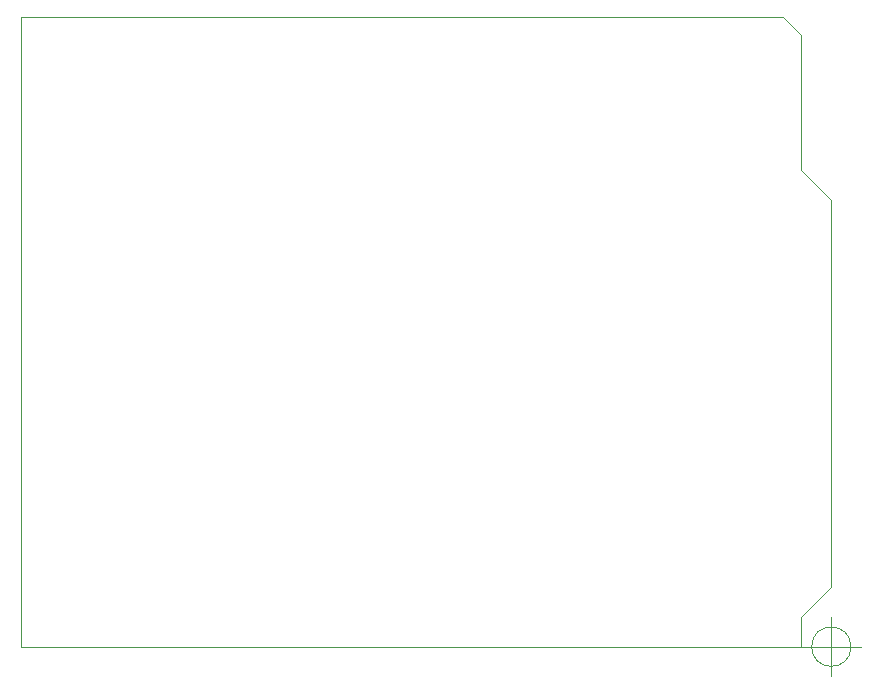
<source format=gbr>
%TF.GenerationSoftware,KiCad,Pcbnew,6.0.1-79c1e3a40b~116~ubuntu20.04.1*%
%TF.CreationDate,2022-01-30T02:47:44-05:00*%
%TF.ProjectId,Protogasm-Board-V2,50726f74-6f67-4617-936d-2d426f617264,rev?*%
%TF.SameCoordinates,PX68290a0PY76b1be0*%
%TF.FileFunction,Profile,NP*%
%FSLAX46Y46*%
G04 Gerber Fmt 4.6, Leading zero omitted, Abs format (unit mm)*
G04 Created by KiCad (PCBNEW 6.0.1-79c1e3a40b~116~ubuntu20.04.1) date 2022-01-30 02:47:44*
%MOMM*%
%LPD*%
G01*
G04 APERTURE LIST*
%TA.AperFunction,Profile*%
%ADD10C,0.050000*%
%TD*%
G04 APERTURE END LIST*
D10*
X66040000Y2540000D02*
X68580000Y5080000D01*
X64516000Y53340000D02*
X0Y53340000D01*
X0Y0D02*
X66040000Y0D01*
X66040000Y40386000D02*
X66040000Y51816000D01*
X66040000Y51816000D02*
X64516000Y53340000D01*
X0Y53340000D02*
X0Y0D01*
X68580000Y5080000D02*
X68580000Y37846000D01*
X68580000Y37846000D02*
X66040000Y40386000D01*
X66040000Y0D02*
X66040000Y2540000D01*
X70246666Y0D02*
G75*
G03*
X70246666Y0I-1666666J0D01*
G01*
X66080000Y0D02*
X71080000Y0D01*
X68580000Y2500000D02*
X68580000Y-2500000D01*
M02*

</source>
